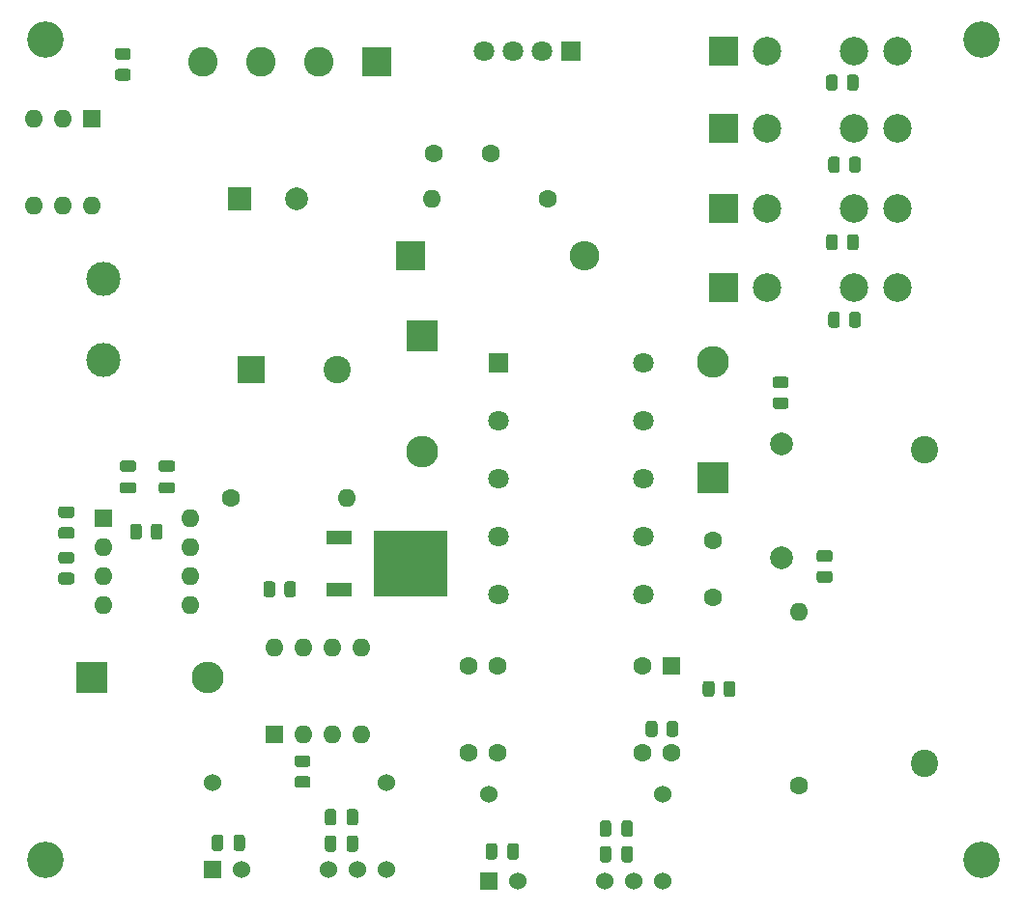
<source format=gbs>
%TF.GenerationSoftware,KiCad,Pcbnew,(5.1.10-1-10_14)*%
%TF.CreationDate,2022-04-01T14:18:11+03:00*%
%TF.ProjectId,Convertor_15v_to_20v:500v,436f6e76-6572-4746-9f72-5f3135765f74,rev?*%
%TF.SameCoordinates,Original*%
%TF.FileFunction,Soldermask,Bot*%
%TF.FilePolarity,Negative*%
%FSLAX46Y46*%
G04 Gerber Fmt 4.6, Leading zero omitted, Abs format (unit mm)*
G04 Created by KiCad (PCBNEW (5.1.10-1-10_14)) date 2022-04-01 14:18:11*
%MOMM*%
%LPD*%
G01*
G04 APERTURE LIST*
%ADD10C,3.200000*%
%ADD11C,2.500000*%
%ADD12R,2.500000X2.500000*%
%ADD13O,1.600000X1.600000*%
%ADD14R,1.600000X1.600000*%
%ADD15C,1.524000*%
%ADD16R,1.524000X1.524000*%
%ADD17C,1.600000*%
%ADD18R,6.400000X5.800000*%
%ADD19R,2.200000X1.200000*%
%ADD20C,3.000000*%
%ADD21C,1.800000*%
%ADD22R,1.800000X1.800000*%
%ADD23C,2.600000*%
%ADD24R,2.600000X2.600000*%
%ADD25O,2.800000X2.800000*%
%ADD26R,2.800000X2.800000*%
%ADD27O,2.600000X2.600000*%
%ADD28C,2.400000*%
%ADD29C,2.000000*%
%ADD30R,2.400000X2.400000*%
%ADD31R,2.000000X2.000000*%
G04 APERTURE END LIST*
%TO.C,R10*%
G36*
G01*
X177600000Y-135049999D02*
X177600000Y-135950001D01*
G75*
G02*
X177350001Y-136200000I-249999J0D01*
G01*
X176824999Y-136200000D01*
G75*
G02*
X176575000Y-135950001I0J249999D01*
G01*
X176575000Y-135049999D01*
G75*
G02*
X176824999Y-134800000I249999J0D01*
G01*
X177350001Y-134800000D01*
G75*
G02*
X177600000Y-135049999I0J-249999D01*
G01*
G37*
G36*
G01*
X179425000Y-135049999D02*
X179425000Y-135950001D01*
G75*
G02*
X179175001Y-136200000I-249999J0D01*
G01*
X178649999Y-136200000D01*
G75*
G02*
X178400000Y-135950001I0J249999D01*
G01*
X178400000Y-135049999D01*
G75*
G02*
X178649999Y-134800000I249999J0D01*
G01*
X179175001Y-134800000D01*
G75*
G02*
X179425000Y-135049999I0J-249999D01*
G01*
G37*
%TD*%
D10*
%TO.C,H4*%
X206000000Y-147000000D03*
%TD*%
%TO.C,H3*%
X206000000Y-75000000D03*
%TD*%
%TO.C,H2*%
X124000000Y-147000000D03*
%TD*%
%TO.C,H1*%
X124000000Y-75000000D03*
%TD*%
D11*
%TO.C,U10*%
X198620000Y-76000000D03*
X194810000Y-76000000D03*
X187190000Y-76000000D03*
D12*
X183380000Y-76000000D03*
%TD*%
D11*
%TO.C,U9*%
X198620000Y-82800000D03*
X194810000Y-82800000D03*
X187190000Y-82800000D03*
D12*
X183380000Y-82800000D03*
%TD*%
D13*
%TO.C,U8*%
X128000000Y-89620000D03*
X122920000Y-82000000D03*
X125460000Y-89620000D03*
X125460000Y-82000000D03*
X122920000Y-89620000D03*
D14*
X128000000Y-82000000D03*
%TD*%
D11*
%TO.C,U7*%
X198620000Y-96800000D03*
X194810000Y-96800000D03*
X187190000Y-96800000D03*
D12*
X183380000Y-96800000D03*
%TD*%
D11*
%TO.C,U6*%
X198620000Y-89800000D03*
X194810000Y-89800000D03*
X187190000Y-89800000D03*
D12*
X183380000Y-89800000D03*
%TD*%
D15*
%TO.C,U5*%
X162850000Y-141190000D03*
X178090000Y-141190000D03*
X178090000Y-148810000D03*
X175550000Y-148810000D03*
X173010000Y-148810000D03*
X165390000Y-148810000D03*
D16*
X162850000Y-148810000D03*
%TD*%
D17*
%TO.C,U4*%
X178800000Y-137620000D03*
X161020000Y-130000000D03*
X176260000Y-137620000D03*
X163560000Y-130000000D03*
X163560000Y-137620000D03*
X176260000Y-130000000D03*
X161020000Y-137620000D03*
D14*
X178800000Y-130000000D03*
%TD*%
D15*
%TO.C,U3*%
X138650000Y-140190000D03*
X153890000Y-140190000D03*
X153890000Y-147810000D03*
X151350000Y-147810000D03*
X148810000Y-147810000D03*
X141190000Y-147810000D03*
D16*
X138650000Y-147810000D03*
%TD*%
D13*
%TO.C,U2*%
X136620000Y-117000000D03*
X129000000Y-124620000D03*
X136620000Y-119540000D03*
X129000000Y-122080000D03*
X136620000Y-122080000D03*
X129000000Y-119540000D03*
X136620000Y-124620000D03*
D14*
X129000000Y-117000000D03*
%TD*%
D13*
%TO.C,U1*%
X144000000Y-128380000D03*
X151620000Y-136000000D03*
X146540000Y-128380000D03*
X149080000Y-136000000D03*
X149080000Y-128380000D03*
X146540000Y-136000000D03*
X151620000Y-128380000D03*
D14*
X144000000Y-136000000D03*
%TD*%
%TO.C,R18*%
G36*
G01*
X194200000Y-79250001D02*
X194200000Y-78349999D01*
G75*
G02*
X194449999Y-78100000I249999J0D01*
G01*
X194975001Y-78100000D01*
G75*
G02*
X195225000Y-78349999I0J-249999D01*
G01*
X195225000Y-79250001D01*
G75*
G02*
X194975001Y-79500000I-249999J0D01*
G01*
X194449999Y-79500000D01*
G75*
G02*
X194200000Y-79250001I0J249999D01*
G01*
G37*
G36*
G01*
X192375000Y-79250001D02*
X192375000Y-78349999D01*
G75*
G02*
X192624999Y-78100000I249999J0D01*
G01*
X193150001Y-78100000D01*
G75*
G02*
X193400000Y-78349999I0J-249999D01*
G01*
X193400000Y-79250001D01*
G75*
G02*
X193150001Y-79500000I-249999J0D01*
G01*
X192624999Y-79500000D01*
G75*
G02*
X192375000Y-79250001I0J249999D01*
G01*
G37*
%TD*%
%TO.C,R16*%
G36*
G01*
X193600000Y-85549999D02*
X193600000Y-86450001D01*
G75*
G02*
X193350001Y-86700000I-249999J0D01*
G01*
X192824999Y-86700000D01*
G75*
G02*
X192575000Y-86450001I0J249999D01*
G01*
X192575000Y-85549999D01*
G75*
G02*
X192824999Y-85300000I249999J0D01*
G01*
X193350001Y-85300000D01*
G75*
G02*
X193600000Y-85549999I0J-249999D01*
G01*
G37*
G36*
G01*
X195425000Y-85549999D02*
X195425000Y-86450001D01*
G75*
G02*
X195175001Y-86700000I-249999J0D01*
G01*
X194649999Y-86700000D01*
G75*
G02*
X194400000Y-86450001I0J249999D01*
G01*
X194400000Y-85549999D01*
G75*
G02*
X194649999Y-85300000I249999J0D01*
G01*
X195175001Y-85300000D01*
G75*
G02*
X195425000Y-85549999I0J-249999D01*
G01*
G37*
%TD*%
%TO.C,R15*%
G36*
G01*
X130299999Y-77600000D02*
X131200001Y-77600000D01*
G75*
G02*
X131450000Y-77849999I0J-249999D01*
G01*
X131450000Y-78375001D01*
G75*
G02*
X131200001Y-78625000I-249999J0D01*
G01*
X130299999Y-78625000D01*
G75*
G02*
X130050000Y-78375001I0J249999D01*
G01*
X130050000Y-77849999D01*
G75*
G02*
X130299999Y-77600000I249999J0D01*
G01*
G37*
G36*
G01*
X130299999Y-75775000D02*
X131200001Y-75775000D01*
G75*
G02*
X131450000Y-76024999I0J-249999D01*
G01*
X131450000Y-76550001D01*
G75*
G02*
X131200001Y-76800000I-249999J0D01*
G01*
X130299999Y-76800000D01*
G75*
G02*
X130050000Y-76550001I0J249999D01*
G01*
X130050000Y-76024999D01*
G75*
G02*
X130299999Y-75775000I249999J0D01*
G01*
G37*
%TD*%
%TO.C,R14*%
G36*
G01*
X194400000Y-100050001D02*
X194400000Y-99149999D01*
G75*
G02*
X194649999Y-98900000I249999J0D01*
G01*
X195175001Y-98900000D01*
G75*
G02*
X195425000Y-99149999I0J-249999D01*
G01*
X195425000Y-100050001D01*
G75*
G02*
X195175001Y-100300000I-249999J0D01*
G01*
X194649999Y-100300000D01*
G75*
G02*
X194400000Y-100050001I0J249999D01*
G01*
G37*
G36*
G01*
X192575000Y-100050001D02*
X192575000Y-99149999D01*
G75*
G02*
X192824999Y-98900000I249999J0D01*
G01*
X193350001Y-98900000D01*
G75*
G02*
X193600000Y-99149999I0J-249999D01*
G01*
X193600000Y-100050001D01*
G75*
G02*
X193350001Y-100300000I-249999J0D01*
G01*
X192824999Y-100300000D01*
G75*
G02*
X192575000Y-100050001I0J249999D01*
G01*
G37*
%TD*%
%TO.C,R13*%
G36*
G01*
X193400000Y-92349999D02*
X193400000Y-93250001D01*
G75*
G02*
X193150001Y-93500000I-249999J0D01*
G01*
X192624999Y-93500000D01*
G75*
G02*
X192375000Y-93250001I0J249999D01*
G01*
X192375000Y-92349999D01*
G75*
G02*
X192624999Y-92100000I249999J0D01*
G01*
X193150001Y-92100000D01*
G75*
G02*
X193400000Y-92349999I0J-249999D01*
G01*
G37*
G36*
G01*
X195225000Y-92349999D02*
X195225000Y-93250001D01*
G75*
G02*
X194975001Y-93500000I-249999J0D01*
G01*
X194449999Y-93500000D01*
G75*
G02*
X194200000Y-93250001I0J249999D01*
G01*
X194200000Y-92349999D01*
G75*
G02*
X194449999Y-92100000I249999J0D01*
G01*
X194975001Y-92100000D01*
G75*
G02*
X195225000Y-92349999I0J-249999D01*
G01*
G37*
%TD*%
D13*
%TO.C,R12*%
X190000000Y-125260000D03*
D17*
X190000000Y-140500000D03*
%TD*%
%TO.C,R11*%
G36*
G01*
X183400000Y-132450001D02*
X183400000Y-131549999D01*
G75*
G02*
X183649999Y-131300000I249999J0D01*
G01*
X184175001Y-131300000D01*
G75*
G02*
X184425000Y-131549999I0J-249999D01*
G01*
X184425000Y-132450001D01*
G75*
G02*
X184175001Y-132700000I-249999J0D01*
G01*
X183649999Y-132700000D01*
G75*
G02*
X183400000Y-132450001I0J249999D01*
G01*
G37*
G36*
G01*
X181575000Y-132450001D02*
X181575000Y-131549999D01*
G75*
G02*
X181824999Y-131300000I249999J0D01*
G01*
X182350001Y-131300000D01*
G75*
G02*
X182600000Y-131549999I0J-249999D01*
G01*
X182600000Y-132450001D01*
G75*
G02*
X182350001Y-132700000I-249999J0D01*
G01*
X181824999Y-132700000D01*
G75*
G02*
X181575000Y-132450001I0J249999D01*
G01*
G37*
%TD*%
%TO.C,R9*%
G36*
G01*
X192700001Y-120850000D02*
X191799999Y-120850000D01*
G75*
G02*
X191550000Y-120600001I0J249999D01*
G01*
X191550000Y-120074999D01*
G75*
G02*
X191799999Y-119825000I249999J0D01*
G01*
X192700001Y-119825000D01*
G75*
G02*
X192950000Y-120074999I0J-249999D01*
G01*
X192950000Y-120600001D01*
G75*
G02*
X192700001Y-120850000I-249999J0D01*
G01*
G37*
G36*
G01*
X192700001Y-122675000D02*
X191799999Y-122675000D01*
G75*
G02*
X191550000Y-122425001I0J249999D01*
G01*
X191550000Y-121899999D01*
G75*
G02*
X191799999Y-121650000I249999J0D01*
G01*
X192700001Y-121650000D01*
G75*
G02*
X192950000Y-121899999I0J-249999D01*
G01*
X192950000Y-122425001D01*
G75*
G02*
X192700001Y-122675000I-249999J0D01*
G01*
G37*
%TD*%
%TO.C,R8*%
G36*
G01*
X188850001Y-105600000D02*
X187949999Y-105600000D01*
G75*
G02*
X187700000Y-105350001I0J249999D01*
G01*
X187700000Y-104824999D01*
G75*
G02*
X187949999Y-104575000I249999J0D01*
G01*
X188850001Y-104575000D01*
G75*
G02*
X189100000Y-104824999I0J-249999D01*
G01*
X189100000Y-105350001D01*
G75*
G02*
X188850001Y-105600000I-249999J0D01*
G01*
G37*
G36*
G01*
X188850001Y-107425000D02*
X187949999Y-107425000D01*
G75*
G02*
X187700000Y-107175001I0J249999D01*
G01*
X187700000Y-106649999D01*
G75*
G02*
X187949999Y-106400000I249999J0D01*
G01*
X188850001Y-106400000D01*
G75*
G02*
X189100000Y-106649999I0J-249999D01*
G01*
X189100000Y-107175001D01*
G75*
G02*
X188850001Y-107425000I-249999J0D01*
G01*
G37*
%TD*%
D13*
%TO.C,R7*%
X150410000Y-115250000D03*
D17*
X140250000Y-115250000D03*
%TD*%
%TO.C,R6*%
G36*
G01*
X144100000Y-122799999D02*
X144100000Y-123700001D01*
G75*
G02*
X143850001Y-123950000I-249999J0D01*
G01*
X143324999Y-123950000D01*
G75*
G02*
X143075000Y-123700001I0J249999D01*
G01*
X143075000Y-122799999D01*
G75*
G02*
X143324999Y-122550000I249999J0D01*
G01*
X143850001Y-122550000D01*
G75*
G02*
X144100000Y-122799999I0J-249999D01*
G01*
G37*
G36*
G01*
X145925000Y-122799999D02*
X145925000Y-123700001D01*
G75*
G02*
X145675001Y-123950000I-249999J0D01*
G01*
X145149999Y-123950000D01*
G75*
G02*
X144900000Y-123700001I0J249999D01*
G01*
X144900000Y-122799999D01*
G75*
G02*
X145149999Y-122550000I249999J0D01*
G01*
X145675001Y-122550000D01*
G75*
G02*
X145925000Y-122799999I0J-249999D01*
G01*
G37*
%TD*%
D13*
%TO.C,R5*%
X157840000Y-89000000D03*
D17*
X168000000Y-89000000D03*
%TD*%
%TO.C,R4*%
G36*
G01*
X146950001Y-138850000D02*
X146049999Y-138850000D01*
G75*
G02*
X145800000Y-138600001I0J249999D01*
G01*
X145800000Y-138074999D01*
G75*
G02*
X146049999Y-137825000I249999J0D01*
G01*
X146950001Y-137825000D01*
G75*
G02*
X147200000Y-138074999I0J-249999D01*
G01*
X147200000Y-138600001D01*
G75*
G02*
X146950001Y-138850000I-249999J0D01*
G01*
G37*
G36*
G01*
X146950001Y-140675000D02*
X146049999Y-140675000D01*
G75*
G02*
X145800000Y-140425001I0J249999D01*
G01*
X145800000Y-139899999D01*
G75*
G02*
X146049999Y-139650000I249999J0D01*
G01*
X146950001Y-139650000D01*
G75*
G02*
X147200000Y-139899999I0J-249999D01*
G01*
X147200000Y-140425001D01*
G75*
G02*
X146950001Y-140675000I-249999J0D01*
G01*
G37*
%TD*%
%TO.C,R3*%
G36*
G01*
X133200000Y-118650001D02*
X133200000Y-117749999D01*
G75*
G02*
X133449999Y-117500000I249999J0D01*
G01*
X133975001Y-117500000D01*
G75*
G02*
X134225000Y-117749999I0J-249999D01*
G01*
X134225000Y-118650001D01*
G75*
G02*
X133975001Y-118900000I-249999J0D01*
G01*
X133449999Y-118900000D01*
G75*
G02*
X133200000Y-118650001I0J249999D01*
G01*
G37*
G36*
G01*
X131375000Y-118650001D02*
X131375000Y-117749999D01*
G75*
G02*
X131624999Y-117500000I249999J0D01*
G01*
X132150001Y-117500000D01*
G75*
G02*
X132400000Y-117749999I0J-249999D01*
G01*
X132400000Y-118650001D01*
G75*
G02*
X132150001Y-118900000I-249999J0D01*
G01*
X131624999Y-118900000D01*
G75*
G02*
X131375000Y-118650001I0J249999D01*
G01*
G37*
%TD*%
%TO.C,R2*%
G36*
G01*
X125349999Y-121800000D02*
X126250001Y-121800000D01*
G75*
G02*
X126500000Y-122049999I0J-249999D01*
G01*
X126500000Y-122575001D01*
G75*
G02*
X126250001Y-122825000I-249999J0D01*
G01*
X125349999Y-122825000D01*
G75*
G02*
X125100000Y-122575001I0J249999D01*
G01*
X125100000Y-122049999D01*
G75*
G02*
X125349999Y-121800000I249999J0D01*
G01*
G37*
G36*
G01*
X125349999Y-119975000D02*
X126250001Y-119975000D01*
G75*
G02*
X126500000Y-120224999I0J-249999D01*
G01*
X126500000Y-120750001D01*
G75*
G02*
X126250001Y-121000000I-249999J0D01*
G01*
X125349999Y-121000000D01*
G75*
G02*
X125100000Y-120750001I0J249999D01*
G01*
X125100000Y-120224999D01*
G75*
G02*
X125349999Y-119975000I249999J0D01*
G01*
G37*
%TD*%
%TO.C,R1*%
G36*
G01*
X125349999Y-117800000D02*
X126250001Y-117800000D01*
G75*
G02*
X126500000Y-118049999I0J-249999D01*
G01*
X126500000Y-118575001D01*
G75*
G02*
X126250001Y-118825000I-249999J0D01*
G01*
X125349999Y-118825000D01*
G75*
G02*
X125100000Y-118575001I0J249999D01*
G01*
X125100000Y-118049999D01*
G75*
G02*
X125349999Y-117800000I249999J0D01*
G01*
G37*
G36*
G01*
X125349999Y-115975000D02*
X126250001Y-115975000D01*
G75*
G02*
X126500000Y-116224999I0J-249999D01*
G01*
X126500000Y-116750001D01*
G75*
G02*
X126250001Y-117000000I-249999J0D01*
G01*
X125349999Y-117000000D01*
G75*
G02*
X125100000Y-116750001I0J249999D01*
G01*
X125100000Y-116224999D01*
G75*
G02*
X125349999Y-115975000I249999J0D01*
G01*
G37*
%TD*%
D18*
%TO.C,Q1*%
X156000000Y-121000000D03*
D19*
X149700000Y-118720000D03*
X149700000Y-123280000D03*
%TD*%
D20*
%TO.C,L1*%
X129000000Y-103110000D03*
X129000000Y-96000000D03*
%TD*%
D21*
%TO.C,J2*%
X162380000Y-76000000D03*
X167460000Y-76000000D03*
D22*
X170000000Y-76000000D03*
D21*
X164920000Y-76000000D03*
%TD*%
D23*
%TO.C,J1*%
X137760000Y-77000000D03*
X142840000Y-77000000D03*
X147920000Y-77000000D03*
D24*
X153000000Y-77000000D03*
%TD*%
D22*
%TO.C,T1*%
X163685000Y-103420000D03*
D21*
X163685000Y-108500000D03*
X163685000Y-113580000D03*
X163685000Y-118660000D03*
X163685000Y-123740000D03*
X176385000Y-123740000D03*
X176385000Y-118660000D03*
X176385000Y-113580000D03*
X176385000Y-108500000D03*
X176385000Y-103420000D03*
%TD*%
D25*
%TO.C,D4*%
X182500000Y-103340000D03*
D26*
X182500000Y-113500000D03*
%TD*%
D25*
%TO.C,D3*%
X157000000Y-111160000D03*
D26*
X157000000Y-101000000D03*
%TD*%
D27*
%TO.C,D2*%
X171240000Y-94000000D03*
D24*
X156000000Y-94000000D03*
%TD*%
D25*
%TO.C,D1*%
X138160000Y-131000000D03*
D26*
X128000000Y-131000000D03*
%TD*%
%TO.C,C14*%
G36*
G01*
X173550000Y-143775000D02*
X173550000Y-144725000D01*
G75*
G02*
X173300000Y-144975000I-250000J0D01*
G01*
X172800000Y-144975000D01*
G75*
G02*
X172550000Y-144725000I0J250000D01*
G01*
X172550000Y-143775000D01*
G75*
G02*
X172800000Y-143525000I250000J0D01*
G01*
X173300000Y-143525000D01*
G75*
G02*
X173550000Y-143775000I0J-250000D01*
G01*
G37*
G36*
G01*
X175450000Y-143775000D02*
X175450000Y-144725000D01*
G75*
G02*
X175200000Y-144975000I-250000J0D01*
G01*
X174700000Y-144975000D01*
G75*
G02*
X174450000Y-144725000I0J250000D01*
G01*
X174450000Y-143775000D01*
G75*
G02*
X174700000Y-143525000I250000J0D01*
G01*
X175200000Y-143525000D01*
G75*
G02*
X175450000Y-143775000I0J-250000D01*
G01*
G37*
%TD*%
%TO.C,C13*%
G36*
G01*
X173550000Y-146025000D02*
X173550000Y-146975000D01*
G75*
G02*
X173300000Y-147225000I-250000J0D01*
G01*
X172800000Y-147225000D01*
G75*
G02*
X172550000Y-146975000I0J250000D01*
G01*
X172550000Y-146025000D01*
G75*
G02*
X172800000Y-145775000I250000J0D01*
G01*
X173300000Y-145775000D01*
G75*
G02*
X173550000Y-146025000I0J-250000D01*
G01*
G37*
G36*
G01*
X175450000Y-146025000D02*
X175450000Y-146975000D01*
G75*
G02*
X175200000Y-147225000I-250000J0D01*
G01*
X174700000Y-147225000D01*
G75*
G02*
X174450000Y-146975000I0J250000D01*
G01*
X174450000Y-146025000D01*
G75*
G02*
X174700000Y-145775000I250000J0D01*
G01*
X175200000Y-145775000D01*
G75*
G02*
X175450000Y-146025000I0J-250000D01*
G01*
G37*
%TD*%
%TO.C,C12*%
G36*
G01*
X164450000Y-146725000D02*
X164450000Y-145775000D01*
G75*
G02*
X164700000Y-145525000I250000J0D01*
G01*
X165200000Y-145525000D01*
G75*
G02*
X165450000Y-145775000I0J-250000D01*
G01*
X165450000Y-146725000D01*
G75*
G02*
X165200000Y-146975000I-250000J0D01*
G01*
X164700000Y-146975000D01*
G75*
G02*
X164450000Y-146725000I0J250000D01*
G01*
G37*
G36*
G01*
X162550000Y-146725000D02*
X162550000Y-145775000D01*
G75*
G02*
X162800000Y-145525000I250000J0D01*
G01*
X163300000Y-145525000D01*
G75*
G02*
X163550000Y-145775000I0J-250000D01*
G01*
X163550000Y-146725000D01*
G75*
G02*
X163300000Y-146975000I-250000J0D01*
G01*
X162800000Y-146975000D01*
G75*
G02*
X162550000Y-146725000I0J250000D01*
G01*
G37*
%TD*%
D28*
%TO.C,C11*%
X201000000Y-138500000D03*
X201000000Y-111000000D03*
%TD*%
%TO.C,C10*%
G36*
G01*
X149454999Y-142775000D02*
X149454999Y-143725000D01*
G75*
G02*
X149204999Y-143975000I-250000J0D01*
G01*
X148704999Y-143975000D01*
G75*
G02*
X148454999Y-143725000I0J250000D01*
G01*
X148454999Y-142775000D01*
G75*
G02*
X148704999Y-142525000I250000J0D01*
G01*
X149204999Y-142525000D01*
G75*
G02*
X149454999Y-142775000I0J-250000D01*
G01*
G37*
G36*
G01*
X151354999Y-142775000D02*
X151354999Y-143725000D01*
G75*
G02*
X151104999Y-143975000I-250000J0D01*
G01*
X150604999Y-143975000D01*
G75*
G02*
X150354999Y-143725000I0J250000D01*
G01*
X150354999Y-142775000D01*
G75*
G02*
X150604999Y-142525000I250000J0D01*
G01*
X151104999Y-142525000D01*
G75*
G02*
X151354999Y-142775000I0J-250000D01*
G01*
G37*
%TD*%
D17*
%TO.C,C9*%
X182500000Y-124000000D03*
X182500000Y-119000000D03*
%TD*%
D29*
%TO.C,C8*%
X188500000Y-110500000D03*
X188500000Y-120500000D03*
%TD*%
%TO.C,C7*%
G36*
G01*
X149454999Y-145090001D02*
X149454999Y-146040001D01*
G75*
G02*
X149204999Y-146290001I-250000J0D01*
G01*
X148704999Y-146290001D01*
G75*
G02*
X148454999Y-146040001I0J250000D01*
G01*
X148454999Y-145090001D01*
G75*
G02*
X148704999Y-144840001I250000J0D01*
G01*
X149204999Y-144840001D01*
G75*
G02*
X149454999Y-145090001I0J-250000D01*
G01*
G37*
G36*
G01*
X151354999Y-145090001D02*
X151354999Y-146040001D01*
G75*
G02*
X151104999Y-146290001I-250000J0D01*
G01*
X150604999Y-146290001D01*
G75*
G02*
X150354999Y-146040001I0J250000D01*
G01*
X150354999Y-145090001D01*
G75*
G02*
X150604999Y-144840001I250000J0D01*
G01*
X151104999Y-144840001D01*
G75*
G02*
X151354999Y-145090001I0J-250000D01*
G01*
G37*
%TD*%
%TO.C,C6*%
G36*
G01*
X140450000Y-145975000D02*
X140450000Y-145025000D01*
G75*
G02*
X140700000Y-144775000I250000J0D01*
G01*
X141200000Y-144775000D01*
G75*
G02*
X141450000Y-145025000I0J-250000D01*
G01*
X141450000Y-145975000D01*
G75*
G02*
X141200000Y-146225000I-250000J0D01*
G01*
X140700000Y-146225000D01*
G75*
G02*
X140450000Y-145975000I0J250000D01*
G01*
G37*
G36*
G01*
X138550000Y-145975000D02*
X138550000Y-145025000D01*
G75*
G02*
X138800000Y-144775000I250000J0D01*
G01*
X139300000Y-144775000D01*
G75*
G02*
X139550000Y-145025000I0J-250000D01*
G01*
X139550000Y-145975000D01*
G75*
G02*
X139300000Y-146225000I-250000J0D01*
G01*
X138800000Y-146225000D01*
G75*
G02*
X138550000Y-145975000I0J250000D01*
G01*
G37*
%TD*%
D17*
%TO.C,C5*%
X158000000Y-85000000D03*
X163000000Y-85000000D03*
%TD*%
D28*
%TO.C,C4*%
X149500000Y-104000000D03*
D30*
X142000000Y-104000000D03*
%TD*%
%TO.C,C3*%
G36*
G01*
X131675000Y-112950000D02*
X130725000Y-112950000D01*
G75*
G02*
X130475000Y-112700000I0J250000D01*
G01*
X130475000Y-112200000D01*
G75*
G02*
X130725000Y-111950000I250000J0D01*
G01*
X131675000Y-111950000D01*
G75*
G02*
X131925000Y-112200000I0J-250000D01*
G01*
X131925000Y-112700000D01*
G75*
G02*
X131675000Y-112950000I-250000J0D01*
G01*
G37*
G36*
G01*
X131675000Y-114850000D02*
X130725000Y-114850000D01*
G75*
G02*
X130475000Y-114600000I0J250000D01*
G01*
X130475000Y-114100000D01*
G75*
G02*
X130725000Y-113850000I250000J0D01*
G01*
X131675000Y-113850000D01*
G75*
G02*
X131925000Y-114100000I0J-250000D01*
G01*
X131925000Y-114600000D01*
G75*
G02*
X131675000Y-114850000I-250000J0D01*
G01*
G37*
%TD*%
%TO.C,C2*%
G36*
G01*
X135075000Y-112950000D02*
X134125000Y-112950000D01*
G75*
G02*
X133875000Y-112700000I0J250000D01*
G01*
X133875000Y-112200000D01*
G75*
G02*
X134125000Y-111950000I250000J0D01*
G01*
X135075000Y-111950000D01*
G75*
G02*
X135325000Y-112200000I0J-250000D01*
G01*
X135325000Y-112700000D01*
G75*
G02*
X135075000Y-112950000I-250000J0D01*
G01*
G37*
G36*
G01*
X135075000Y-114850000D02*
X134125000Y-114850000D01*
G75*
G02*
X133875000Y-114600000I0J250000D01*
G01*
X133875000Y-114100000D01*
G75*
G02*
X134125000Y-113850000I250000J0D01*
G01*
X135075000Y-113850000D01*
G75*
G02*
X135325000Y-114100000I0J-250000D01*
G01*
X135325000Y-114600000D01*
G75*
G02*
X135075000Y-114850000I-250000J0D01*
G01*
G37*
%TD*%
D29*
%TO.C,C1*%
X146000000Y-89000000D03*
D31*
X141000000Y-89000000D03*
%TD*%
M02*

</source>
